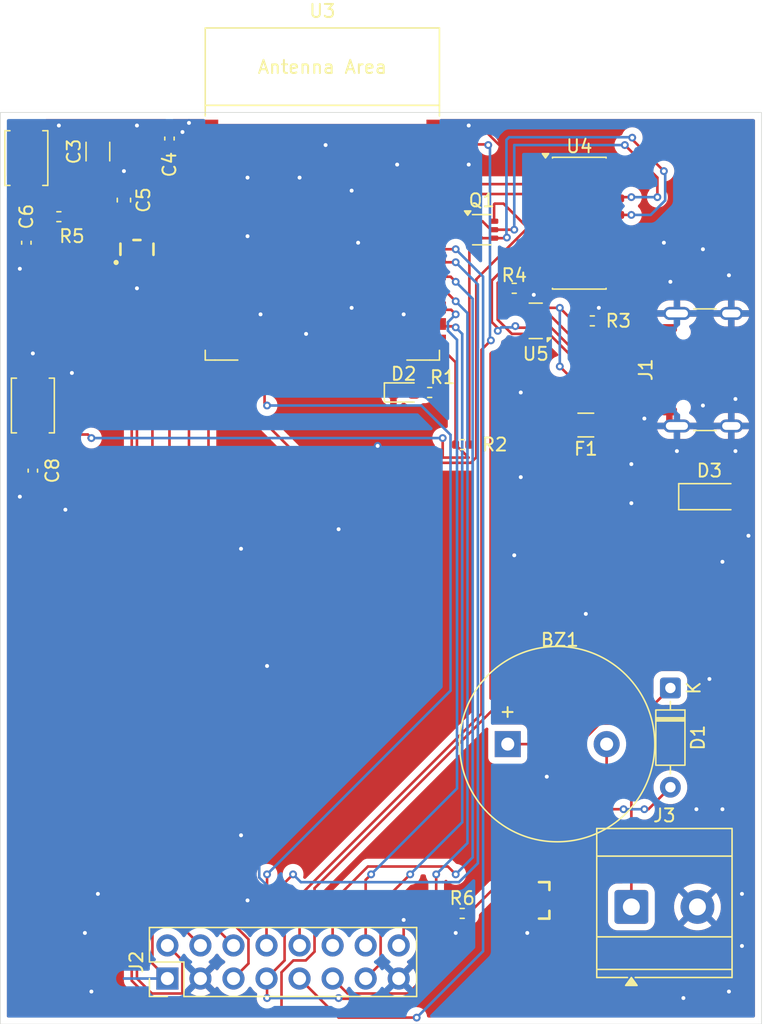
<source format=kicad_pcb>
(kicad_pcb (version 20241229) (generator "pcbnew") (generator_version "9.0")
  (layers (0 "F.Cu" signal) (2 "B.Cu" signal) (13 "F.Paste" user) (15 "B.Paste" user) (5 "F.SilkS" user "F.Silkscreen") (7 "B.SilkS" user "B.Silkscreen") (1 "F.Mask" user) (3 "B.Mask" user) (25 "Edge.Cuts" user))
  (net 0 "")
  (net 1 "GND")
  (net 2 "+3V3")
  (net 3 "EN")
  (net 4 "Net-(SW2A-A)")
  (net 5 "Net-(D2-A)")
  (net 6 "5VV")
  (net 7 "Net-(F1-Pad1)")
  (net 8 "D+")
  (net 9 "D-")
  (net 11 "Net-(J1-CC2)")
  (net 13 "Net-(J1-CC1)")
  (net 14 "B1")
  (net 15 "R1")
  (net 16 "A")
  (net 17 "CLK")
  (net 18 "R2")
  (net 19 "BUZZER")
  (net 20 "D")
  (net 21 "LAT")
  (net 22 "G1")
  (net 23 "C")
  (net 24 "OE")
  (net 25 "G2")
  (net 26 "B")
  (net 27 "B2")
  (net 28 "RTS")
  (net 29 "DTR")
  (net 30 "BOOT")
  (net 31 "Net-(U3-IO2)")
  (net 34 "TX")
  (net 41 "RX")
  (net 55 "Net-(BZ1--)")
  (net 56 "Net-(Q2-B)")
  (net 58 "SCA")
  (net 59 "SCL")
  (footprint "Package_DFN_QFN:Diodes_UDFN-10_1.0x2.5mm_P0.5mm" (layer "F.Cu") (at 59.7875 39.148106 180)
    (property "Reference" "U5")
    (property "Value" "D3V3XA4B10LP" (hide yes))
  )
  (footprint "Resistor_SMD:R_0402_1005Metric" (layer "F.Cu") (at 51.6375 44.648106)
    (property "Reference" "R1")
    (property "Value" "330R" (hide yes))
  )
  (footprint "Resistor_SMD:R_0402_1005Metric" (layer "F.Cu") (at 54.1375 48.648106 180)
    (property "Reference" "R2")
    (property "Value" "100R" (hide yes))
  )
  (footprint "Capacitor_SMD:C_0603_1608Metric" (layer "F.Cu") (at 28.1375 29.873106 90)
    (property "Reference" "C5")
    (property "Value" "10uF" (hide yes))
  )
  (footprint "Buzzer_Beeper:Buzzer_14x9.5RM7.6" (layer "F.Cu") (at 57.6375 71.648106)
    (property "Reference" "BZ1")
    (property "Value" "Buzzer")
  )
  (footprint "Capacitor_SMD:C_0402_1005Metric" (layer "F.Cu") (at 21.1375 50.648106 90)
    (property "Reference" "C8")
    (property "Value" "100nF (50V)" (hide yes))
  )
  (footprint "Diode_THT:D_DO-35_SOD27_P7.62mm_Horizontal" (layer "F.Cu") (at 70.1375 67.338106 -90)
    (property "Reference" "D1")
    (property "Value" "1N4148")
  )
  (footprint "Connector_PinHeader_2.54mm:PinHeader_2x08_P2.54mm_Vertical" (layer "F.Cu") (at 31.4775 89.648106 90)
    (property "Reference" "J2")
    (property "Value" "Conn_02x08_Odd_Even" (hide yes))
  )
  (footprint "Capacitor_SMD:C_1206_3216Metric" (layer "F.Cu") (at 26.1375 26.148106 90)
    (property "Reference" "C3")
    (property "Value" "C_Small 22uF(10V)" (hide yes))
  )
  (footprint "Package_SO:SOIC-16_3.9x9.9mm_P1.27mm" (layer "F.Cu") (at 63.1375 31.648106)
    (property "Reference" "U4")
    (property "Value" "CH340C" (hide yes))
  )
  (footprint "Capacitor_SMD:C_0402_1005Metric" (layer "F.Cu") (at 31.6375 25.148106 90)
    (property "Reference" "C4")
    (property "Value" "100nF (50V)" (hide yes))
  )
  (footprint "Package_TO_SOT_SMD:SOT-363_SC-70-6" (layer "F.Cu") (at 55.6375 32.148106)
    (property "Reference" "Q1")
    (property "Value" "UMH3N" (hide yes))
  )
  (footprint "LED_SMD:LED_0603_1608Metric" (layer "F.Cu") (at 49.6375 44.648106)
    (property "Reference" "D2")
    (property "Value" "Red Wifi Status")
  )
  (footprint "Button_Switch_SMD:SW_SPST_TS-1088-xR025" (layer "F.Cu") (at 20.6375 26.648106 90)
    (property "Reference" "SW1" (hide yes))
    (property "Value" "RESET")
  )
  (footprint "Button_Switch_SMD:SW_SPST_TS-1088-xR025" (layer "F.Cu") (at 21.1375 45.648106 90)
    (property "Reference" "SW2" (hide yes))
    (property "Value" "BOOT")
  )
  (footprint "Resistor_SMD:R_0402_1005Metric" (layer "F.Cu") (at 58.1375 36.648106)
    (property "Reference" "R4")
    (property "Value" "5.1k" (hide yes))
  )
  (footprint "TerminalBlock_Phoenix:TerminalBlock_Phoenix_MKDS-3-2-5.08_1x02_P5.08mm_Horizontal" (layer "F.Cu") (at 67.1375 84.148106)
    (property "Reference" "J3")
    (property "Value" "Barrier Terminal" (hide yes))
  )
  (footprint "Resistor_SMD:R_0402_1005Metric" (layer "F.Cu") (at 64.1375 39.148106)
    (property "Reference" "R3")
    (property "Value" "5.1k" (hide yes))
  )
  (footprint "Resistor_SMD:R_0402_1005Metric" (layer "F.Cu") (at 23.1375 31.148106 180)
    (property "Reference" "R5")
    (property "Value" "R 10k" (hide yes))
  )
  (footprint "PCM_SparkFun-Semiconductor-Standard:SOT23-5" (layer "F.Cu") (at 29.1375 33.648106 90)
    (property "Reference" "U6" (hide yes))
    (property "Value" "AP2112K-3.3")
  )
  (footprint "Diode_SMD:D_SOD-123" (layer "F.Cu") (at 73.1375 52.648106)
    (property "Reference" "D3")
    (property "Value" "D_TVS")
  )
  (footprint "PCM_SparkFun-Semiconductor-Standard:SOT23-3" (layer "F.Cu") (at 60.1375 83.648106)
    (property "Reference" "Q2")
    (property "Value" "MMBT2222A")
  )
  (footprint "Fuse:Fuse_1206_3216Metric" (layer "F.Cu") (at 63.6375 47.148106 180)
    (property "Reference" "F1")
    (property "Value" "Polyfuse")
  )
  (footprint "PCM_Espressif:ESP32-WROOM-32E" (layer "F.Cu") (at 43.3875 31.158106)
    (property "Reference" "U3")
    (property "Value" "ESP32-WROOM-32E (8MB)")
  )
  (footprint "Capacitor_SMD:C_0402_1005Metric" (layer "F.Cu") (at 20.6375 33.148106 90)
    (property "Reference" "C6")
    (property "Value" "100nF (50V)" (hide yes))
  )
  (footprint "Resistor_SMD:R_0402_1005Metric" (layer "F.Cu") (at 54.1375 84.648106)
    (property "Reference" "R6")
    (property "Value" "1K")
  )
  (footprint "Connector_USB:USB_C_Receptacle_GCT_USB4105-xx-A_16P_TopMnt_Horizontal" (layer "F.Cu") (at 73.7425 42.898106 90)
    (property "Reference" "J1")
    (property "Value" "USB_C_Receptacle_USB2.0_16P" (hide yes))
  )
  (gr_rect (start 18.6375 23.148106) (end 77.1375 93.148106) (stroke (width 0.05)) (fill no) (layer "Edge.Cuts"))
  (segment (start 59.375 39.148106) (end 60.1375 39.148106) (width 0.2) (layer "F.Cu") (net 1))
  (via (at 49.6375 38.648106) (size 0.6) (drill 0.3) (layers "F.Cu" "B.Cu") (net 1))
  (via (at 53.6375 86.148106) (size 0.6) (drill 0.3) (layers "F.Cu" "B.Cu") (net 1))
  (via (at 69.6375 33.148106) (size 0.6) (drill 0.3) (layers "F.Cu" "B.Cu") (net 1))
  (via (at 74.1375 76.648106) (size 0.6) (drill 0.3) (layers "F.Cu" "B.Cu") (net 1))
  (via (at 72.1375 76.648106) (size 0.6) (drill 0.3) (layers "F.Cu" "B.Cu") (net 1))
  (via (at 20.1375 35.148106) (size 0.6) (drill 0.3) (layers "F.Cu" "B.Cu") (net 1))
  (via (at 67.1375 53.148106) (size 0.6) (drill 0.3) (layers "F.Cu" "B.Cu") (net 1))
  (via (at 24.1375 43.148106) (size 0.6) (drill 0.3) (layers "F.Cu" "B.Cu") (net 1))
  (via (at 44.6375 55.148106) (size 0.6) (drill 0.3) (layers "F.Cu" "B.Cu") (net 1))
  (via (at 70.6375 49.148106) (size 0.6) (drill 0.3) (layers "F.Cu" "B.Cu") (net 1))
  (via (at 45.6375 29.148106) (size 0.6) (drill 0.3) (layers "F.Cu" "B.Cu") (net 1))
  (via (at 38.6375 38.648106) (size 0.6) (drill 0.3) (layers "F.Cu" "B.Cu") (net 1))
  (via (at 29.1375 24.148106) (size 0.6) (drill 0.3) (layers "F.Cu" "B.Cu") (net 1))
  (via (at 75.1375 49.148106) (size 0.6) (drill 0.3) (layers "F.Cu" "B.Cu") (net 1))
  (via (at 23.6375 53.648106) (size 0.6) (drill 0.3) (layers "F.Cu" "B.Cu") (net 1))
  (via (at 20.1375 52.648106) (size 0.6) (drill 0.3) (layers "F.Cu" "B.Cu") (net 1))
  (via (at 29.1375 36.648106) (size 0.6) (drill 0.3) (layers "F.Cu" "B.Cu") (net 1))
  (via (at 67.1375 50.148106) (size 0.6) (drill 0.3) (layers "F.Cu" "B.Cu") (net 1))
  (via (at 25.6375 90.648106) (size 0.6) (drill 0.3) (layers "F.Cu" "B.Cu") (net 1))
  (via (at 43.6375 25.648106) (size 0.6) (drill 0.3) (layers "F.Cu" "B.Cu") (net 1))
  (via (at 60.6375 74.148106) (size 0.6) (drill 0.3) (layers "F.Cu" "B.Cu") (net 1))
  (via (at 70.1375 36.148106) (size 0.6) (drill 0.3) (layers "F.Cu" "B.Cu") (net 1))
  (via (at 58.1375 57.148106) (size 0.6) (drill 0.3) (layers "F.Cu" "B.Cu") (net 1))
  (via (at 32.6375 24.648106) (size 0.6) (drill 0.3) (layers "F.Cu" "B.Cu") (net 1))
  (via (at 41.6375 28.148106) (size 0.6) (drill 0.3) (layers "F.Cu" "B.Cu") (net 1))
  (via (at 59.1375 86.148106) (size 0.6) (drill 0.3) (layers "F.Cu" "B.Cu") (net 1))
  (via (at 49.1375 27.148106) (size 0.6) (drill 0.3) (layers "F.Cu" "B.Cu") (net 1))
  (via (at 75.1375 45.148106) (size 0.6) (drill 0.3) (layers "F.Cu" "B.Cu") (net 1))
  (via (at 72.6375 33.648106) (size 0.6) (drill 0.3) (layers "F.Cu" "B.Cu") (net 1))
  (via (at 42.1375 40.148106) (size 0.6) (drill 0.3) (layers "F.Cu" "B.Cu") (net 1))
  (via (at 37.6375 83.648106) (size 0.6) (drill 0.3) (layers "F.Cu" "B.Cu") (net 1))
  (via (at 72.6375 45.648106) (size 0.6) (drill 0.3) (layers "F.Cu" "B.Cu") (net 1))
  (via (at 37.1375 56.648106) (size 0.6) (drill 0.3) (layers "F.Cu" "B.Cu") (net 1))
  (via (at 73.1375 66.648106) (size 0.6) (drill 0.3) (layers "F.Cu" "B.Cu") (net 1))
  (via (at 37.6375 32.648106) (size 0.6) (drill 0.3) (layers "F.Cu" "B.Cu") (net 1))
  (via (at 23.1375 24.148106) (size 0.6) (drill 0.3) (layers "F.Cu" "B.Cu") (net 1))
  (via (at 74.6375 35.648106) (size 0.6) (drill 0.3) (layers "F.Cu" "B.Cu") (net 1))
  (via (at 63.6375 61.648106) (size 0.6) (drill 0.3) (layers "F.Cu" "B.Cu") (net 1))
  (via (at 21.1375 41.648106) (size 0.6) (drill 0.3) (layers "F.Cu" "B.Cu") (net 1))
  (via (at 37.1375 78.648106) (size 0.6) (drill 0.3) (layers "F.Cu" "B.Cu") (net 1))
  (via (at 74.6375 90.648106) (size 0.6) (drill 0.3) (layers "F.Cu" "B.Cu") (net 1))
  (via (at 76.1375 55.648106) (size 0.6) (drill 0.3) (layers "F.Cu" "B.Cu") (net 1))
  (via (at 25.1375 86.148106) (size 0.6) (drill 0.3) (layers "F.Cu" "B.Cu") (net 1))
  (via (at 68.1375 46.648106) (size 0.6) (drill 0.3) (layers "F.Cu" "B.Cu") (net 1))
  (via (at 75.6375 87.148106) (size 0.6) (drill 0.3) (layers "F.Cu" "B.Cu") (net 1))
  (via (at 71.1375 91.148106) (size 0.6) (drill 0.3) (layers "F.Cu" "B.Cu") (net 1))
  (via (at 58.6375 51.148106) (size 0.6) (drill 0.3) (layers "F.Cu" "B.Cu") (net 1))
  (via (at 45.6375 38.148106) (size 0.6) (drill 0.3) (layers "F.Cu" "B.Cu") (net 1))
  (via (at 46.1375 33.148106) (size 0.6) (drill 0.3) (layers "F.Cu" "B.Cu") (net 1))
  (via (at 74.1375 57.648106) (size 0.6) (drill 0.3) (layers "F.Cu" "B.Cu") (net 1))
  (via (at 39.1375 65.648106) (size 0.6) (drill 0.3) (layers "F.Cu" "B.Cu") (net 1))
  (via (at 64.6375 38.148106) (size 0.6) (drill 0.3) (layers "F.Cu" "B.Cu") (net 1))
  (via (at 26.1375 83.148106) (size 0.6) (drill 0.3) (layers "F.Cu" "B.Cu") (net 1))
  (via (at 28.1375 27.648106) (size 0.6) (drill 0.3) (layers "F.Cu" "B.Cu") (net 1))
  (via (at 58.6375 44.648106) (size 0.6) (drill 0.3) (layers "F.Cu" "B.Cu") (net 1))
  (via (at 59.6375 37.148106) (size 0.6) (drill 0.3) (layers "F.Cu" "B.Cu") (net 1))
  (via (at 37.6375 28.148106) (size 0.6) (drill 0.3) (layers "F.Cu" "B.Cu") (net 1))
  (via (at 54.6375 27.148106) (size 0.6) (drill 0.3) (layers "F.Cu" "B.Cu") (net 1))
  (via (at 75.6375 83.148106) (size 0.6) (drill 0.3) (layers "F.Cu" "B.Cu") (net 1))
  (segment (start 28.1375 30.648106) (end 28.1375 32.298006) (width 0.2) (layer "F.Cu") (net 2))
  (segment (start 60.6625 31.013106) (end 60.6625 31.123106) (width 0.2) (layer "F.Cu") (net 2))
  (segment (start 25.6875 29.848006) (end 28.1875 32.348006) (width 0.2) (layer "F.Cu") (net 2))
  (segment (start 61.678468 27.872106) (end 59.211443 27.872106) (width 0.2) (layer "F.Cu") (net 2))
  (segment (start 33.1375 23.948106) (end 33.2385 24.049106) (width 0.2) (layer "F.Cu") (net 2))
  (segment (start 25.6875 30.108106) (end 25.6875 29.848006) (width 0.2) (layer "F.Cu") (net 2))
  (segment (start 60.6625 31.013106) (end 61.637499 31.013106) (width 0.2) (layer "F.Cu") (net 2))
  (segment (start 61.9385 28.132138) (end 61.678468 27.872106) (width 0.2) (layer "F.Cu") (net 2))
  (segment (start 31.6375 25.628106) (end 32.6175 25.628106) (width 0.2) (layer "F.Cu") (net 2))
  (segment (start 60.6625 31.123106) (end 60.6375 31.148106) (width 0.2) (layer "F.Cu") (net 2))
  (segment (start 27.6375 26.098106) (end 27.6375 26.148106) (width 0.2) (layer "F.Cu") (net 2))
  (segment (start 30.6575 25.628106) (end 31.6375 25.628106) (width 0.2) (layer "F.Cu") (net 2))
  (segment (start 59.211443 27.872106) (end 55.487443 24.148106) (width 0.2) (layer "F.Cu") (net 2))
  (segment (start 33.2385 24.049106) (end 33.2385 24.969106) (width 0.2) (layer "F.Cu") (net 2))
  (segment (start 25.6875 28.048106) (end 27.6375 26.098106) (width 0.2) (layer "F.Cu") (net 2))
  (segment (start 62.5575 24.148106) (end 54.6375 24.148106) (width 0.2) (layer "F.Cu") (net 2))
  (segment (start 65.6125 27.203106) (end 65.5825 27.203106) (width 0.2) (layer "F.Cu") (net 2))
  (segment (start 61.637499 31.013106) (end 61.9385 30.712105) (width 0.2) (layer "F.Cu") (net 2))
  (segment (start 61.9385 30.712105) (end 61.9385 28.132138) (width 0.2) (layer "F.Cu") (net 2))
  (segment (start 27.6375 26.148106) (end 30.1375 26.148106) (width 0.2) (layer "F.Cu") (net 2))
  (segment (start 55.487443 24.148106) (end 54.6375 24.148106) (width 0.2) (layer "F.Cu") (net 2))
  (segment (start 33.2385 24.969106) (end 33.6875 25.418106) (width 0.2) (layer "F.Cu") (net 2))
  (segment (start 32.6175 25.628106) (end 32.6475 25.598106) (width 0.2) (layer "F.Cu") (net 2))
  (segment (start 25.6875 29.848006) (end 25.6875 28.048106) (width 0.2) (layer "F.Cu") (net 2))
  (segment (start 32.6475 25.598106) (end 34.6375 25.598106) (width 0.2) (layer "F.Cu") (net 2))
  (segment (start 65.0825 27.203106) (end 65.6125 27.203106) (width 0.2) (layer "F.Cu") (net 2))
  (segment (start 33.6875 25.418106) (end 34.6375 25.418106) (width 0.2) (layer "F.Cu") (net 2))
  (segment (start 28.1375 32.298006) (end 28.1875 32.348006) (width 0.2) (layer "F.Cu") (net 2))
  (segment (start 61.1375 31.148106) (end 65.0825 27.203106) (width 0.2) (layer "F.Cu") (net 2))
  (segment (start 65.6125 27.203106) (end 62.5575 24.148106) (width 0.2) (layer "F.Cu") (net 2))
  (segment (start 23.6475 31.148106) (end 24.6475 31.148106) (width 0.2) (layer "F.Cu") (net 2))
  (segment (start 24.6475 31.148106) (end 25.6875 30.108106) (width 0.2) (layer "F.Cu") (net 2))
  (segment (start 30.1375 26.148106) (end 30.6575 25.628106) (width 0.2) (layer "F.Cu") (net 2))
  (segment (start 60.6375 31.148106) (end 61.1375 31.148106) (width 0.2) (layer "F.Cu") (net 2))
  (via (at 54.6375 24.148106) (size 0.6) (drill 0.3) (layers "F.Cu" "B.Cu") (net 2))
  (via (at 33.1375 23.948106) (size 0.6) (drill 0.3) (layers "F.Cu" "B.Cu") (net 2))
  (segment (start 33.3375 24.148106) (end 33.1375 23.948106) (width 0.2) (layer "B.Cu") (net 2))
  (segment (start 54.6375 24.148106) (end 33.3375 24.148106) (width 0.2) (layer "B.Cu") (net 2))
  (segment (start 22.6275 32.638106) (end 22.5975 32.668106) (width 0.2) (layer "F.Cu") (net 3))
  (segment (start 56.5875 31.498106) (end 56.5875 30.198106) (width 0.2) (layer "F.Cu") (net 3))
  (segment (start 25.1275 33.648106) (end 22.6275 31.148106) (width 0.2) (layer "F.Cu") (net 3))
  (segment (start 30.6375 33.648106) (end 25.1275 33.648106) (width 0.2) (layer "F.Cu") (net 3))
  (segment (start 33.5865 27.207106) (end 34.1185 27.207106) (width 0.2) (layer "F.Cu") (net 3))
  (segment (start 22.6275 30.863106) (end 20.6375 28.873106) (width 0.2) (layer "F.Cu") (net 3))
  (segment (start 42.0465 50.049106) (end 35.6885 43.691106) (width 0.2) (layer "F.Cu") (net 3))
  (segment (start 22.5975 32.668106) (end 20.6375 32.668106) (width 0.2) (layer "F.Cu") (net 3))
  (segment (start 33.5865 30.699106) (end 30.6375 33.648106) (width 0.2) (layer "F.Cu") (net 3))
  (segment (start 55.2185 49.624206) (end 54.7936 50.049106) (width 0.2) (layer "F.Cu") (net 3))
  (segment (start 57.311044 30.148106) (end 59.1664 32.003462) (width 0.2) (layer "F.Cu") (net 3))
  (segment (start 35.6885 26.969106) (end 35.5875 26.868106) (width 0.2) (layer "F.Cu") (net 3))
  (segment (start 35.5875 26.868106) (end 34.6375 26.868106) (width 0.2) (layer "F.Cu") (net 3))
  (segment (start 34.1185 27.207106) (end 34.6375 26.688106) (width 0.2) (layer "F.Cu") (net 3))
  (segment (start 33.5865 27.207106) (end 33.5865 30.699106) (width 0.2) (layer "F.Cu") (net 3))
  (segment (start 35.6885 43.691106) (end 35.6885 26.969106) (width 0.2) (layer "F.Cu") (net 3))
  (segment (start 56.5875 30.198106) (end 56.6375 30.148106) (width 0.2) (layer "F.Cu") (net 3))
  (segment (start 56.6375 30.148106) (end 57.311044 30.148106) (width 0.2) (layer "F.Cu") (net 3))
  (segment (start 55.2185 35.951362) (end 55.2185 49.624206) (width 0.2) (layer "F.Cu") (net 3))
  (segment (start 22.6275 31.148106) (end 22.6275 30.863106) (width 0.2) (layer "F.Cu") (net 3))
  (segment (start 22.6275 31.148106) (end 22.6275 32.638106) (width 0.2) (layer "F.Cu") (net 3))
  (segment (start 59.1664 32.003462) (end 55.2185 35.951362) (width 0.2) (layer "F.Cu") (net 3))
  (segment (start 54.7936 50.049106) (end 42.0465 50.049106) (width 0.2) (layer "F.Cu") (net 3))
  (segment (start 52.6375 48.148106) (end 52.6375 49.648106) (width 0.2) (layer "F.Cu") (net 4))
  (segment (start 52.6375 49.648106) (end 54.6275 49.648106) (width 0.2) (layer "F.Cu") (net 4))
  (segment (start 25.3625 47.873106) (end 23.1375 47.873106) (width 0.2) (layer "F.Cu") (net 4))
  (segment (start 25.4115 48.147106) (end 25.6365 48.147106) (width 0.2) (layer "F.Cu") (net 4))
  (segment (start 23.1375 47.873106) (end 21.1375 47.873106) (width 0.2) (layer "F.Cu") (net 4))
  (segment (start 21.1375 47.873106) (end 21.1375 50.168106) (width 0.2) (layer "F.Cu") (net 4))
  (segment (start 54.6275 49.648106) (end 53.91105 48.931656) (width 0.2) (layer "F.Cu") (net 4))
  (segment (start 25.6375 48.148106) (end 25.3625 47.873106) (width 0.2) (layer "F.Cu") (net 4))
  (segment (start 25.6365 48.147106) (end 25.6375 48.148106) (width 0.2) (layer "F.Cu") (net 4))
  (via (at 52.6375 48.148106) (size 0.6) (drill 0.3) (layers "F.Cu" "B.Cu") (net 4))
  (via (at 25.6375 48.148106) (size 0.6) (drill 0.3) (layers "F.Cu" "B.Cu") (net 4))
  (segment (start 25.6375 48.148106) (end 52.6375 48.148106) (width 0.2) (layer "B.Cu") (net 4))
  (segment (start 50.1225 44.648106) (end 51.1275 44.648106) (width 0.2) (layer "F.Cu") (net 5))
  (segment (start 67.1375 56.498106) (end 66.9625 56.323106) (width 0.2) (layer "F.Cu") (net 6))
  (segment (start 70.1375 67.338106) (end 67.3275 70.148106) (width 0.2) (layer "F.Cu") (net 6))
  (segment (start 61.5 47.148106) (end 61.5 53.955606) (width 0.2) (layer "F.Cu") (net 6))
  (segment (start 64.7125 70.073106) (end 63.1375 71.648106) (width 0.2) (layer "F.Cu") (net 6))
  (segment (start 28.1875 36.975206) (end 28.1875 34.948206) (width 0.2) (layer "F.Cu") (net 6))
  (segment (start 67.1375 84.148106) (end 67.1375 70.148106) (width 0.2) (layer "F.Cu") (net 6))
  (segment (start 28.7365 37.524206) (end 28.1875 36.975206) (width 0.2) (layer "F.Cu") (net 6))
  (segment (start 70.9875 52.648106) (end 71.4875 52.648106) (width 0.2) (layer "F.Cu") (net 6))
  (segment (start 61.7375 47.648106) (end 62.2375 47.148106) (width 0.2) (layer "F.Cu") (net 6))
  (segment (start 67.3125 56.323106) (end 66.9625 56.323106) (width 0.2) (layer "F.Cu") (net 6))
  (segment (start 41.16074 88.259106) (end 40.2485 89.171346) (width 0.2) (layer "F.Cu") (net 6))
  (segment (start 64.7125 70.073106) (end 67.0625 70.073106) (width 0.2) (layer "F.Cu") (net 6))
  (segment (start 67.0625 70.073106) (end 67.1375 70.148106) (width 0.2) (layer "F.Cu") (net 6))
  (segment (start 66.9625 56.323106) (end 61.5 50.860606) (width 0.2) (layer "F.Cu") (net 6))
  (segment (start 42.7885 82.7115) (end 42.7885 87.584866) (width 0.2) (layer "F.Cu") (net 6))
  (segment (start 61.5 47.648106) (end 61.7375 47.648106) (width 0.2) (layer "F.Cu") (net 6))
  (segment (start 42.11426 88.259106) (end 41.16074 88.259106) (width 0.2) (layer "F.Cu") (net 6))
  (segment (start 63.1375 71.648106) (end 57.6375 71.648106) (width 0.2) (layer "F.Cu") (net 6))
  (segment (start 40.2485 92.037106) (end 39.7385 92.547106) (width 0.2) (layer "F.Cu") (net 6))
  (segment (start 70.9875 52.648106) (end 67.3125 56.323106) (width 0.2) (layer "F.Cu") (net 6))
  (segment (start 40.2485 89.171346) (end 40.2485 92.037106) (width 0.2) (layer "F.Cu") (net 6))
  (segment (start 61.5 47.148106) (end 61.5 64) (width 0.2) (layer "F.Cu") (net 6))
  (segment (start 61.5 50.860606) (end 61.5 47.648106) (width 0.2) (layer "F.Cu") (net 6))
  (segment (start 42.7885 87.584866) (end 42.11426 88.259106) (width 0.2) (layer "F.Cu") (net 6))
  (segment (start 28.7365 89.814206) (end 28.7365 37.524206) (width 0.2) (layer "F.Cu") (net 6))
  (segment (start 31.4694 92.547106) (end 28.7365 89.814206) (width 0.2) (layer "F.Cu") (net 6))
  (segment (start 61.5 47.148106) (end 62.2375 47.148106) (width 0.2) (layer "F.Cu") (net 6))
  (segment (start 39.7385 92.547106) (end 31.4694 92.547106) (width 0.2) (layer "F.Cu") (net 6))
  (segment (start 67.3275 70.148106) (end 67.1375 70.148106) (width 0.2) (layer "F.Cu") (net 6))
  (segment (start 61.5 64) (end 42.7885 82.7115) (width 0.2) (layer "F.Cu") (net 6))
  (segment (start 61.5 47.648106) (end 61.5 47.148106) (width 0.2) (layer "F.Cu") (net 6))
  (segment (start 67.1375 70.148106) (end 67.1375 56.498106) (width 0.2) (layer "F.Cu") (net 6))
  (segment (start 70.1375 67.338106) (end 70.1375 67.148106) (width 0.2) (layer "B.Cu") (net 6))
  (segment (start 70.671492 45.298106) (end 70.0625 45.298106) (width 0.2) (layer "F.Cu") (net 7))
  (segment (start 67.625 45.298106) (end 70.0625 45.298106) (width 0.2) (layer "F.Cu") (net 7))
  (segment (start 71.3395 41.316282) (end 71.3395 44.630098) (width 0.2) (layer "F.Cu") (net 7))
  (segment (start 65.0375 47.148106) (end 65.775 47.148106) (width 0.2) (layer "F.Cu") (net 7))
  (segment (start 70.521324 40.498106) (end 71.3395 41.316282) (width 0.2) (layer "F.Cu") (net 7))
  (segment (start 65.775 47.148106) (end 67.625 45.298106) (width 0.2) (layer "F.Cu") (net 7))
  (segment (start 71.3395 44.630098) (end 70.671492 45.298106) (width 0.2) (layer "F.Cu") (net 7))
  (segment (start 70.0625 40.498106) (end 70.521324 40.498106) (width 0.2) (layer "F.Cu") (net 7))
  (segment (start 70.9385 42.415282) (end 70.671324 42.148106) (width 0.2) (layer "F.Cu") (net 8))
  (segment (start 60.981698 39.674106) (end 63.480698 42.173106) (width 0.2) (layer "F.Cu") (net 8))
  (segment (start 60.252501 32.693105) (end 59.774303 32.693105) (width 0.2) (layer "F.Cu") (net 8))
  (segment (start 69.199999 42.148106) (end 70.0625 42.148106) (width 0.2) (layer "F.Cu") (net 8))
  (segment (start 56.4125 36.054908) (end 56.4125 39.241304) (width 0.2) (layer "F.Cu") (net 8))
  (segment (start 56.978401 39.807205) (end 56.872334 39.913272) (width 0.2) (layer "F.Cu") (net 8))
  (segment (start 69.174999 42.173106) (end 69.199999 42.148106) (width 0.2) (layer "F.Cu") (net 8))
  (segment (start 70.9385 42.88093) (end 70.9385 42.415282) (width 0.2) (layer "F.Cu") (net 8))
  (segment (start 60.6625 32.283106) (end 60.252501 32.693105) (width 0.2) (layer "F.Cu") (net 8))
  (segment (start 70.0625 43.148106) (end 70.671324 43.148106) (width 0.2) (layer "F.Cu") (net 8))
  (segment (start 56.978401 35.489007) (end 56.4125 36.054908) (width 0.2) (layer "F.Cu") (net 8))
  (segment (start 58.220864 39.548106) (end 58.346864 39.674106) (width 0.2) (layer "F.Cu") (net 8))
  (segment (start 56.4125 39.241304) (end 56.978401 39.807205) (width 0.2) (layer "F.Cu") (net 8))
  (segment (start 70.671324 43.148106) (end 70.9385 42.88093) (width 0.2) (layer "F.Cu") (net 8))
  (segment (start 60.6625 32.283106) (end 60.2725 32.283106) (width 0.2) (layer "F.Cu") (net 8))
  (segment (start 63.480698 42.173106) (end 69.174999 42.173106) (width 0.2) (layer "F.Cu") (net 8))
  (segment (start 58.346864 39.674106) (end 60.981698 39.674106) (width 0.2) (layer "F.Cu") (net 8))
  (segment (start 60.2725 32.283106) (end 60.1375 32.148106) (width 0.2) (layer "F.Cu") (net 8))
  (segment (start 60.7885 39.674106) (end 60.175 39.674106) (width 0.2) (layer "F.Cu") (net 8))
  (segment (start 70.671324 42.148106) (end 70.0625 42.148106) (width 0.2) (layer "F.Cu") (net 8))
  (segment (start 59.774303 32.693105) (end 56.4125 36.054908) (width 0.2) (layer "F.Cu") (net 8))
  (via (at 56.872334 39.913272) (size 0.6) (drill 0.3) (layers "F.Cu" "B.Cu") (net 8))
  (via (at 58.220864 39.548106) (size 0.6) (drill 0.3) (layers "F.Cu" "B.Cu") (net 8))
  (segment (start 57.1375 39.648106) (end 58.1375 39.648106) (width 0.2) (layer "B.Cu") (net 8))
  (segment (start 58.1375 39.63147) (end 58.220864 39.548106) (width 0.2) (layer "B.Cu") (net 8))
  (segment (start 58.1375 39.648106) (end 58.1375 39.63147) (width 0.2) (layer "B.Cu") (net 8))
  (segment (start 56.872334 39.913272) (end 57.1375 39.648106) (width 0.2) (layer "B.Cu") (net 8))
  (segment (start 57.296599 35.807205) (end 56.8625 36.241304) (width 0.2) (layer "F.Cu") (net 9))
  (segment (start 69.453676 42.648106) (end 70.0625 42.648106) (width 0.2) (layer "F.Cu") (net 9))
  (segment (start 69.453676 43.648106) (end 69.1865 43.38093) (width 0.2) (layer "F.Cu") (net 9))
  (segment (start 69.1865 42.915282) (end 69.453676 42.648106) (width 0.2) (layer "F.Cu") (net 9))
  (segment (start 69.174999 42.623106) (end 63.294302 42.623106) (width 0.2) (layer "F.Cu") (net 9))
  (segment (start 69.199999 42.648106) (end 69.174999 42.623106) (width 0.2) (layer "F.Cu") (net 9))
  (segment (start 60.252501 33.143107) (end 59.960697 33.143107) (width 0.2) (layer "F.Cu") (net 9))
  (segment (start 70.0625 42.648106) (end 69.199999 42.648106) (width 0.2) (layer "F.Cu") (net 9))
  (segment (start 57.955698 40.148106) (end 59.4 40.148106) (width 0.2) (layer "F.Cu") (net 9))
  (segment (start 60.819302 40.148106) (end 60.175 40.148106) (width 0.2) (layer "F.Cu") (net 9))
  (segment (start 56.8625 36.241304) (end 56.8625 39.054908) (width 0.2) (layer "F.Cu") (net 9))
  (segment (start 56.8625 39.054908) (end 57.955698 40.148106) (width 0.2) (layer "F.Cu") (net 9))
  (segment (start 69.1865 43.38093) (end 69.1865 42.915282) (width 0.2) (layer "F.Cu") (net 9))
  (segment (start 59.960697 33.143107) (end 56.8625 36.241304) (width 0.2) (layer "F.Cu") (net 9))
  (segment (start 63.294302 42.623106) (end 60.819302 40.148106) (width 0.2) (layer "F.Cu") (net 9))
  (segment (start 59.4 40.148106) (end 60.175 40.148106) (width 0.2) (layer "F.Cu") (net 9))
  (segment (start 60.6625 33.553106) (end 60.252501 33.143107) (width 0.2) (layer "F.Cu") (net 9))
  (segment (start 70.0625 43.648106) (end 69.453676 43.648106) (width 0.2) (layer "F.Cu") (net 9))
  (segment (start 58.8345 38.622106) (end 60.7885 38.622106) (width 0.2) (layer "F.Cu") (net 11))
  (segment (start 57.6275 36.648106) (end 57.6275 37.415106) (width 0.2) (layer "F.Cu") (net 11))
  (segment (start 60.7885 38.622106) (end 63.3145 41.148106) (width 0.2) (layer "F.Cu") (net 11))
  (segment (start 57.6275 37.415106) (end 58.8345 38.622106) (width 0.2) (layer "F.Cu") (net 11))
  (segment (start 63.3145 41.148106) (end 70.0625 41.148106) (width 0.2) (layer "F.Cu") (net 11))
  (segment (start 63.6275 39.148106) (end 62.6375 39.148106) (width 0.2) (layer "F.Cu") (net 13))
  (segment (start 63.1375 44.148106) (end 61.6375 42.648106) (width 0.2) (layer "F.Cu") (net 13))
  (segment (start 61.6375 38.148106) (end 59.4 38.148106) (width 0.2) (layer "F.Cu") (net 13))
  (segment (start 62.6375 39.148106) (end 61.6375 38.148106) (width 0.2) (layer "F.Cu") (net 13))
  (segment (start 70.0625 44.148106) (end 63.1375 44.148106) (width 0.2) (layer "F.Cu") (net 13))
  (via (at 61.6375 42.648106) (size 0.6) (drill 0.3) (layers "F.Cu" "B.Cu") (net 13))
  (via (at 61.6375 38.148106) (size 0.6) (drill 0.3) (layers "F.Cu" "B.Cu") (net 13))
  (segment (start 61.6375 42.648106) (end 61.6375 38.148106) (width 0.2) (layer "B.Cu") (net 13))
  (segment (start 31.6375 40.766106) (end 31.6375 84.728106) (width 0.2) (layer "F.Cu") (net 14))
  (segment (start 34.6375 38.298106) (end 34.1055 38.298106) (width 0.2) (layer "F.Cu") (net 14))
  (segment (start 34.1055 38.298106) (end 31.6375 40.766106) (width 0.2) (layer "F.Cu") (net 14))
  (segment (start 31.6375 84.728106) (end 34.0175 87.108106) (width 0.2) (layer "F.Cu") (net 14))
  (segment (start 32.6285 90.799106) (end 30.2885 90.799106) (width 0.2) (layer "F.Cu") (net 15))
  (segment (start 31.4775 87.108106) (end 32.6285 88.259106) (width 0.2) (layer "F.Cu") (net 15))
  (segment (start 33.0275 35.758106) (end 34.6375 35.758106) (width 0.2) (layer "F.Cu") (net 15))
  (segment (start 29.1375 39.648106) (end 33.0275 35.758106) (width 0.2) (layer "F.Cu") (net 15))
  (segment (start 30.2885 90.799106) (end 29.1375 89.648106) (width 0.2) (layer "F.Cu") (net 15))
  (segment (start 29.1375 89.648106) (end 29.1375 39.648106) (width 0.2) (layer "F.Cu") (net 15))
  (segment (start 32.6285 88.259106) (end 32.6285 90.799106) (width 0.2) (layer "F.Cu") (net 15))
  (segment (start 55.6195 69.3134) (end 55.6195 41.370106) (width 0.2) (layer "F.Cu") (net 16))
  (segment (start 56.1375 25.648106) (end 56.0875 25.598106) (width 0.2) (layer "F.Cu") (net 16))
  (segment (start 55.6195 41.370106) (end 56.3415 40.648106) (width 0.2) (layer "F.Cu") (net 16))
  (segment (start 41.6375 83.2954) (end 55.6195 69.3134) (width 0.2) (layer "F.Cu") (net 16))
  (segment (start 41.6375 87.108106) (end 41.6375 83.2954) (width 0.2) (layer "F.Cu") (net 16))
  (segment (start 56.0875 25.598106) (end 52.1375 25.598106) (width 0.2) (layer "F.Cu") (net 16))
  (via (at 56.3415 40.648106) (size 0.6) (drill 0.3) (layers "F.Cu" "B.Cu") (net 16))
  (via (at 56.1375 25.648106) (size 0.6) (drill 0.3) (layers "F.Cu" "B.Cu") (net 16))
  (segment (start 41.6375 87.108106) (end 41.6375 87.148106) (width 0.2) (layer "B.Cu") (net 16))
  (segment (start 56.271334 25.78194) (end 56.1375 25.648106) (width 0.2) (layer "B.Cu") (net 16))
  (segment (start 56.3415 40.648106) (end 56.271334 40.57794) (width 0.2) (layer "B.Cu") (net 16))
  (segment (start 56.271334 40.57794) (end 56.271334 25.78194) (width 0.2) (layer "B.Cu") (net 16))
  (segment (start 46.7175 82.068106) (end 46.7175 87.108106) (width 0.2) (layer "F.Cu") (net 17))
  (segment (start 53.2875 38.298106) (end 53.6375 38.648106) (width 0.2) (layer "F.Cu") (net 17))
  (segment (start 52.1375 38.298106) (end 53.2875 38.298106) (width 0.2) (layer "F.Cu") (net 17))
  (segment (start 47.1375 81.648106) (end 46.7175 82.068106) (width 0.2) (layer "F.Cu") (net 17))
  (via (at 53.6375 38.648106) (size 0.6) (drill 0.3) (layers "F.Cu" "B.Cu") (net 17))
  (via (at 47.1375 81.648106) (size 0.6) (drill 0.3) (layers "F.Cu" "B.Cu") (net 17))
  (segment (start 53.7365 40.597049) (end 53.7365 75.049106) (width 0.2) (layer "B.Cu") (net 17))
  (segment (start 53.0365 39.897049) (end 53.7365 40.597049) (width 0.2) (layer "B.Cu") (net 17))
  (segment (start 53.6375 38.648106) (end 53.0365 39.249106) (width 0.2) (layer "B.Cu") (net 17))
  (segment (start 53.7365 75.049106) (end 47.1375 81.648106) (width 0.2) (layer "B.Cu") (net 17))
  (segment (start 53.0365 39.249106) (end 53.0365 39.897049) (width 0.2) (layer "B.Cu") (net 17))
  (segment (start 33.1375 40.118106) (end 33.1375 83.688106) (width 0.2) (layer "F.Cu") (net 18))
  (segment (start 33.6875 39.568106) (end 33.1375 40.118106) (width 0.2) (layer "F.Cu") (net 18))
  (segment (start 34.6375 39.568106) (end 33.6875 39.568106) (width 0.2) (layer "F.Cu") (net 18))
  (segment (start 33.1375 83.688106) (end 36.5575 87.108106) (width 0.2) (layer "F.Cu") (net 18))
  (segment (start 50.1526 91.200106) (end 44.6895 91.200106) (width 0.2) (layer "F.Cu") (net 19))
  (segment (start 52.5385 88.814206) (end 50.1526 91.200106) (width 0.2) (layer "F.Cu") (net 19))
  (segment (start 52.5385 85.737106) (end 52.5385 88.814206) (width 0.2) (layer "F.Cu") (net 19))
  (segment (start 39.1375 91.148106) (end 39.1375 90.175206) (width 0.2) (layer "F.Cu") (net 19))
  (segment (start 53.6275 84.648106) (end 53.6375 84.648106) (width 0.2) (layer "F.Cu") (net 19))
  (segment (start 44.6895 91.200106) (end 44.6375 91.148106) (width 0.2) (layer "F.Cu") (net 19))
  (segment (start 53.6275 84.648106) (end 52.5385 85.737106) (width 0.2) (layer "F.Cu") (net 19))
  (segment (start 39.1375 90.175206) (end 39.38105 89.931656) (width 0.2) (layer "F.Cu") (net 19))
  (via (at 39.1375 91.148106) (size 0.6) (drill 0.3) (layers "F.Cu" "B.Cu") (net 19))
  (via (at 44.6375 91.148106) (size 0.6) (drill 0.3) (layers "F.Cu" "B.Cu") (net 19))
  (segment (start 44.6375 91.148106) (end 39.1375 91.148106) (width 0.2) (layer "B.Cu") (net 19))
  (segment (start 53.0175 37.028106) (end 53.6375 37.648106) (width 0.2) (layer "F.Cu") (net 20))
  (segment (start 52.1375 81.648106) (end 52.1375 88.648106) (width 0.2) (layer "F.Cu") (net 20))
  (segment (start 49.9865 90.799106) (end 45.3285 90.799106) (width 0.2) (layer "F.Cu") (net 20))
  (segment (start 52.1375 88.648106) (end 49.9865 90.799106) (width 0.2) (layer "F.Cu") (net 20))
  (segment (start 52.1375 37.028106) (end 53.0175 37.028106) (width 0.2) (layer "F.Cu") (net 20))
  (segment (start 45.3285 90.799106) (end 44.1775 89.648106) (width 0.2) (layer "F.Cu") (net 20))
  (via (at 53.6375 37.648106) (size 0.6) (drill 0.3) (layers "F.Cu" "B.Cu") (net 20))
  (via (at 52.1375 81.648106) (size 0.6) (drill 0.3) (layers "F.Cu" "B.Cu") (net 20))
  (segment (start 53.6375 37.648106) (end 54.5385 38.549106) (width 0.2) (layer "B.Cu") (net 20))
  (segment (start 54.5385 79.247106) (end 52.1375 81.648106) (width 0.2) (layer "B.Cu") (net 20))
  (segment (start 54.5385 38.549106) (end 54.5385 79.247106) (width 0.2) (layer "B.Cu") (net 20))
  (segment (start 50.1375 81.648106) (end 47.8685 83.917106) (width 0.2) (layer "F.Cu") (net 21))
  (segment (start 47.8685 88.497106) (end 46.7175 89.648106) (width 0.2) (layer "F.Cu") (net 21))
  (segment (start 53.6375 39.648106) (end 53.5575 39.568106) (width 0.2) (layer "F.Cu") (net 21))
  (segment (start 52.1375 39.568106) (end 53.5575 39.568106) (width 0.2) (layer "F.Cu") (net 21))
  (segment (start 47.8685 83.917106) (end 47.8685 88.497106) (width 0.2) (layer "F.Cu") (net 21))
  (via (at 50.1375 81.648106) (size 0.6) (drill 0.3) (layers "F.Cu" "B.Cu") (net 21))
  (via (at 53.6375 39.648106) (size 0.6) (drill 0.3) (layers "F.Cu" "B.Cu") (net 21))
  (segment (start 53.6375 39.648106) (end 54.1375 40.148106) (width 0.2) (layer "B.Cu") (net 21))
  (segment (start 54.1375 40.148106) (end 54.1375 77.648106) (width 0.2) (layer "B.Cu") (net 21))
  (segment (start 54.1375 77.648106) (end 50.1375 81.648106) (width 0.2) (layer "B.Cu") (net 21))
  (segment (start 33.6875 37.028106) (end 34.6375 37.028106) (width 0.2) (layer "F.Cu") (net 22))
  (segment (start 30.3265 88.497106) (end 30.3265 40.389106) (width 0.2) (layer "F.Cu") (net 22))
  (segment (start 30.3265 40.389106) (end 33.6875 37.028106) (width 0.2) (layer "F.Cu") (net 22))
  (segment (start 31.4775 89.648106) (end 30.3265 88.497106) (width 0.2) (layer "F.Cu") (net 22))
  (segment (start 31.4775 89.648106) (end 28.1375 89.648106) (width 0.2) (layer "B.Cu") (net 22))
  (segment (start 44.1775 83.758163) (end 44.1775 87.108106) (width 0.2) (layer "F.Cu") (net 23))
  (segment (start 53.2475 35.758106) (end 53.6375 36.148106) (width 0.2) (layer "F.Cu") (net 23))
  (segment (start 53.0365 81.047106) (end 46.888557 81.047106) (width 0.2) (layer "F.Cu") (net 23))
  (segment (start 52.1375 35.758106) (end 53.2475 35.758106) (width 0.2) (layer "F.Cu") (net 23))
  (segment (start 46.888557 81.047106) (end 44.1775 83.758163) (width 0.2) (layer "F.Cu") (net 23))
  (segment (start 53.6375 81.648106) (end 53.0365 81.047106) (width 0.2) (layer "F.Cu") (net 23))
  (via (at 53.6375 36.148106) (size 0.6) (drill 0.3) (layers "F.Cu" "B.Cu") (net 23))
  (via (at 53.6375 81.648106) (size 0.6) (drill 0.3) (layers "F.Cu" "B.Cu") (net 23))
  (segment (start 54.9395 80.346106) (end 53.6375 81.648106) (width 0.2) (layer "B.Cu") (net 23))
  (segment (start 54.9395 37.450106) (end 54.9395 80.346106) (width 0.2) (layer "B.Cu") (net 23))
  (segment (start 53.6375 36.148106) (end 54.9395 37.450106) (width 0.2) (layer "B.Cu") (net 23))
  (segment (start 49.6375 85.148106) (end 49.6375 86.728106) (width 0.2) (layer "F.Cu") (net 24))
  (segment (start 47.8275 48.558106) (end 47.6375 48.748106) (width 0.2) (layer "F.Cu") (net 24))
  (segment (start 49.6375 86.728106) (end 49.2575 87.108106) (width 0.2) (layer "F.Cu") (net 24))
  (segment (start 47.8275 41.908106) (end 47.8275 48.558106) (width 0.2) (layer "F.Cu") (net 24))
  (via (at 47.6375 48.748106) (size 0.6) (drill 0.3) (layers "F.Cu" "B.Cu") (net 24))
  (via (at 49.6375 85.148106) (size 0.6) (drill 0.3) (layers "F.Cu" "B.Cu") (net 24))
  (segment (start 38.5365 81.897049) (end 41.787557 85.148106) (width 0.2) (layer "B.Cu") (net 24))
  (segment (start 41.787557 85.148106) (end 49.6375 85.148106) (width 0.2) (layer "B.Cu") (net 24))
  (segment (start 47.6375 48.748106) (end 38.5365 57.849106) (width 0.2) (layer "B.Cu") (net 24))
  (segment (start 38.5365 57.849106) (end 38.5365 81.897049) (width 0.2) (layer "B.Cu") (net 24))
  (segment (start 37.7085 88.497106) (end 36.5575 89.648106) (width 0.2) (layer "F.Cu") (net 25))
  (segment (start 37.7085 86.631346) (end 37.7085 88.497106) (width 0.2) (layer "F.Cu") (net 25))
  (segment (start 34.6375 40.838106) (end 34.6375 83.560346) (width 0.2) (layer "F.Cu") (net 25))
  (segment (start 34.6375 83.560346) (end 37.7085 86.631346) (width 0.2) (layer "F.Cu") (net 25))
  (segment (start 52.1375 33.218106) (end 52.5675 33.648106) (width 0.2) (layer "F.Cu") (net 26))
  (segment (start 52.5675 33.648106) (end 53.6375 33.648106) (width 0.2) (layer "F.Cu") (net 26))
  (segment (start 52.1375 34.648106) (end 53.6375 34.648106) (width 0.2) (layer "F.Cu") (net 26))
  (segment (start 40.4865 82.299106) (end 40.4865 88.259106) (width 0.2) (layer "F.Cu") (net 26))
  (segment (start 40.4865 88.259106) (end 39.0975 89.648106) (width 0.2) (layer "F.Cu") (net 26))
  (segment (start 41.1375 81.648106) (end 40.4865 82.299106) (width 0.2) (layer "F.Cu") (net 26))
  (segment (start 50.6375 92.648106) (end 44.6375 92.648106) (width 0.2) (layer "F.Cu") (net 26))
  (segment (start 44.6375 92.648106) (end 41.6375 89.648106) (width 0.2) (layer "F.Cu") (net 26))
  (segment (start 52.1375 34.488106) (end 52.1375 34.648106) (width 0.2) (layer "F.Cu") (net 26))
  (via (at 41.1375 81.648106) (size 0.6) (drill 0.3) (layers "F.Cu" "B.Cu") (net 26))
  (via (at 50.6375 92.648106) (size 0.6) (drill 0.3) (layers "F.Cu" "B.Cu") (net 26))
  (via (at 53.6375 33.648106) (size 0.6) (drill 0.3) (layers "F.Cu" "B.Cu") (net 26))
  (via (at 53.6375 34.648106) (size 0.6) (drill 0.3) (layers "F.Cu" "B.Cu") (net 26))
  (segment (start 55.7415 87.544106) (end 50.6375 92.648106) (width 0.2) (layer "B.Cu") (net 26))
  (segment (start 55.3405 80.795049) (end 53.886443 82.249106) (width 0.2) (layer "B.Cu") (net 26))
  (segment (start 52.6375 82.249106) (end 41.7385 82.249106) (width 0.2) (layer "B.Cu") (net 26))
  (segment (start 53.6375 34.648106) (end 55.3405 36.351106) (width 0.2) (layer "B.Cu") (net 26))
  (segment (start 55.3405 36.351106) (end 55.3405 80.795049) (width 0.2) (layer "B.Cu") (net 26))
  (segment (start 41.7385 82.249106) (end 41.1375 81.648106) (width 0.2) (layer "B.Cu") (net 26))
  (segment (start 53.6375 33.648106) (end 55.7415 35.752106) (width 0.2) (layer "B.Cu") (net 26))
  (segment (start 53.886443 82.249106) (end 52.6375 82.249106) (width 0.2) (layer "B.Cu") (net 26))
  (segment (start 55.7415 35.752106) (end 55.7415 87.544106) (width 0.2) (layer "B.Cu") (net 26))
  (segment (start 39.1375 82.648106) (end 39.0975 82.688106) (width 0.2) (layer "F.Cu") (net 27))
  (segment (start 39.0975 82.688106) (end 39.0975 87.108106) (width 0.2) (layer "F.Cu") (net 27))
  (segment (start 39.1375 81.648106) (end 39.1375 82.648106) (width 0.2) (layer "F.Cu") (net 27))
  (segment (start 38.9475 45.458106) (end 39.1375 45.648106) (width 0.2) (layer "F.Cu") (net 27))
  (segment (start 38.9475 42.088106) (end 38.9475 45.458106) (width 0.2) (layer "F.Cu") (net 27))
  (via (at 39.1375 45.648106) (size 0.6) (drill 0.3) (layers "F.Cu" "B.Cu") (net 27))
  (via (at 39.1375 81.648106) (size 0.6) (drill 0.3) (layers "F.Cu" "B.Cu") (net 27))
  (segment (start 39.1375 45.648106) (end 50.987443 45.648106) (width 0.2) (layer "B.Cu") (net 27))
  (segment (start 53.2385 67.547106) (end 39.1375 81.648106) (width 0.2) (layer "B.Cu") (net 27))
  (segment (start 50.987443 45.648106) (end 53.2385 47.899163) (width 0.2) (layer "B.Cu") (net 27))
  (segment (start 53.2385 47.899163) (end 53.2385 67.547106) (width 0.2) (layer "B.Cu") (net 27))
  (segment (start 55.6895 31.498106) (end 56.3395 32.148106) (width 0.2) (layer "F.Cu") (net 28))
  (segment (start 67.1375 29.648106) (end 65.7075 29.648106) (width 0.2) (layer "F.Cu") (net 28))
  (segment (start 54.6875 31.498106) (end 55.6895 31.498106) (width 0.2) (layer "F.Cu") (net 28))
  (segment (start 56.3395 32.148106) (end 56.5875 32.148106) (width 0.2) (layer "F.Cu") (net 28))
  (segment (start 65.7075 29.648106) (end 65.6125 29.743106) (width 0.2) (layer "F.Cu") (net 28))
  (segment (start 69.1375 28.148106) (end 69.1375 29.648106) (width 0.2) (layer "F.Cu") (net 28))
  (segment (start 56.5875 32.148106) (end 58.1375 32.148106) (width 0.2) (layer "F.Cu") (net 28))
  (segment (start 66.6375 25.648106) (end 69.1375 28.148106) (width 0.2) (layer "F.Cu") (net 28))
  (via (at 67.1375 29.648106) (size 0.6) (drill 0.3) (layers "F.Cu" "B.Cu") (net 28))
  (via (at 58.1375 32.148106) (size 0.6) (drill 0.3) (layers "F.Cu" "B.Cu") (net 28))
  (via (at 66.6375 25.648106) (size 0.6) (drill 0.3) (layers "F.Cu" "B.Cu") (net 28))
  (via (at 69.1375 29.648106) (size 0.6) (drill 0.3) (layers "F.Cu" "B.Cu") (net 28))
  (segment (start 58.1375 32.148106) (end 58.1375 25.648106) (width 0.2) (layer "B.Cu") (net 28))
  (segment (start 69.1375 29.648106) (end 67.1375 29.648106) (width 0.2) (layer "B.Cu") (net 28))
  (segment (start 58.1375 25.648106) (end 66.6375 25.648106) (width 0.2) (layer "B.Cu") (net 28))
  (segment (start 55.04263 32.148106) (end 55.69263 32.798106) (width 0.2) (layer "F.Cu") (net 29))
  (segment (start 67.203187 25.213793) (end 69.6375 27.648106) (width 0.2) (layer "F.Cu") (net 29))
  (segment (start 56.5875 32.798106) (end 57.521813 32.798106) (width 0.2) (layer "F.Cu") (net 29))
  (segment (start 65.6125 31.013106) (end 67.1375 31.013106) (width 0.2) (layer "F.Cu") (net 29))
  (segment (start 57.521813 32.798106) (end 57.571813 32.748106) (width 0.2) (layer "F.Cu") (net 29))
  (segment (start 67.1375 31.148106) (end 67.1375 31.013106) (width 0.2) (layer "F.Cu") (net 29))
  (segment (start 55.69263 32.798106) (end 56.5875 32.798106) (width 0.2) (layer "F.Cu") (net 29))
  (segment (start 67.203187 25.082419) (end 67.203187 25.213793) (width 0.2) (layer "F.Cu") (net 29))
  (segment (start 54.6875 32.148106) (end 55.04263 32.148106) (width 0.2) (layer "F.Cu") (net 29))
  (via (at 57.571813 32.748106) (size 0.6) (drill 0.3) (layers "F.Cu" "B.Cu") (net 29))
  (via (at 67.1375 31.013106) (size 0.6) (drill 0.3) (layers "F.Cu" "B.Cu") (net 29))
  (via (at 67.203187 25.082419) (size 0.6) (drill 0.3) (layers "F.Cu" "B.Cu") (net 29))
  (via (at 69.6375 27.648106) (size 0.6) (drill 0.3) (layers "F.Cu" "B.Cu") (net 29))
  (segment (start 69.7385 27.749106) (end 69.6375 27.648106) (width 0.2) (layer "B.Cu") (net 29))
  (segment (start 57.571813 32.748106) (end 57.5365 32.712793) (width 0.2) (layer "B.Cu") (net 29))
  (segment (start 57.5365 32.712793) (end 57.5365 25.249106) (width 0.2) (layer "B.Cu") (net 29))
  (segment (start 57.6375 25.148106) (end 57.7385 25.047106) (width 0.2) (layer "B.Cu") (net 29))
  (segment (start 67.1375 31.013106) (end 68.622443 31.013106) (width 0.2) (layer "B.Cu") (net 29))
  (segment (start 68.622443 31.013106) (end 69.7385 29.897049) (width 0.2) (layer "B.Cu") (net 29))
  (segment (start 67.167874 25.047106) (end 67.203187 25.082419) (width 0.2) (layer "B.Cu") (net 29))
  (segment (start 57.7385 25.047106) (end 67.167874 25.047106) (width 0.2) (layer "B.Cu") (net 29))
  (segment (start 57.5365 25.249106) (end 57.6375 25.148106) (width 0.2) (layer "B.Cu") (net 29))
  (segment (start 69.7385 29.897049) (end 69.7385 27.749106) (width 0.2) (layer "B.Cu") (net 29))
  (segment (start 54.6875 32.798106) (end 54.6875 48.608106) (width 0.2) (layer "F.Cu") (net 30))
  (segment (start 54.6875 48.608106) (end 54.6475 48.648106) (width 0.2) (layer "F.Cu") (net 30))
  (segment (start 52.1375 40.838106) (end 53.6275 42.328106) (width 0.2) (layer "F.Cu") (net 30))
  (segment (start 53.6275 42.328106) (end 53.6275 48.648106) (width 0.2) (layer "F.Cu") (net 30))
  (segment (start 49.1075 42.088106) (end 49.8425 42.088106) (width 0.2) (layer "F.Cu") (net 31))
  (segment (start 52.1475 44.393106) (end 52.1475 44.648106) (width 0.2) (layer "F.Cu") (net 31))
  (segment (start 49.8425 42.088106) (end 52.1475 44.393106) (width 0.2) (layer "F.Cu") (net 31))
  (segment (start 59.3325 28.473106) (end 60.6625 28.473106) (width 0.2) (layer "F.Cu") (net 34))
  (segment (start 59.1575 28.648106) (end 59.3325 28.473106) (width 0.2) (layer "F.Cu") (net 34))
  (segment (start 52.1375 28.138106) (end 52.6475 28.648106) (width 0.2) (layer "F.Cu") (net 34))
  (segment (start 52.6475 28.648106) (end 59.1575 28.648106) (width 0.2) (layer "F.Cu") (net 34))
  (segment (start 58.9975 29.408106) (end 59.3325 29.743106) (width 0.2) (layer "F.Cu") (net 41))
  (segment (start 52.1375 29.408106) (end 58.9975 29.408106) (width 0.2) (layer "F.Cu") (net 41))
  (segment (start 59.3325 29.743106) (end 60.6625 29.743106) (width 0.2) (layer "F.Cu") (net 41))
  (segment (start 61.2375 79.698106) (end 64.7125 76.223106) (width 0.2) (layer "F.Cu") (net 55))
  (segment (start 65.2375 74.698106) (end 65.2375 71.648106) (width 0.2) (layer "F.Cu") (net 55))
  (segment (start 68.1375 76.648106) (end 68.4475 76.648106) (width 0.2) (layer "F.Cu") (net 55))
  (segment (start 65.1375 76.648106) (end 64.7125 76.223106) (width 0.2) (layer "F.Cu") (net 55))
  (segment (start 64.7125 75.223106) (end 65.2375 74.698106) (width 0.2) (layer "F.Cu") (net 55))
  (segment (start 68.4475 76.648106) (end 70.1375 74.958106) (width 0.2) (layer "F.Cu") (net 55))
  (segment (start 61.2375 83.648106) (end 61.2375 79.698106) (width 0.2) (layer "F.Cu") (net 55))
  (segment (start 66.5375 76.648106) (end 65.1375 76.648106) (width 0.2) (layer "F.Cu") (net 55))
  (segment (start 64.7125 76.223106) (end 64.7125 75.223106) (width 0.2) (layer "F.Cu") (net 55))
  (via (at 66.5375 76.648106) (size 0.6) (drill 0.3) (layers "F.Cu" "B.Cu") (net 55))
  (via (at 68.1375 76.648106) (size 0.6) (drill 0.3) (layers "F.Cu" "B.Cu") (net 55))
  (segment (start 68.1375 76.648106) (end 66.5375 76.648106) (width 0.2) (layer "B.Cu") (net 55))
  (segment (start 59.1375 82.698106) (end 56.5975 82.698106) (width 0.2) (layer "F.Cu") (net 56))
  (segment (start 56.5975 82.698106) (end 54.6475 84.648106) (width 0.2) (layer "F.Cu") (net 56))
  (zone (net 1) (net_name "GND") (layers "F.Cu" "B.Cu") (connect_pads (clearance 0.5)) (min_thickness 0.25) (fill yes (thermal_gap 0.5) (thermal_bridge_width 0.5))
    (polygon (pts (xy 18.6375 23.148106) (xy 77.1375 23.148106) (xy 77.1375 93.148106) (xy 18.6375 93.148106)))
  )
)
</source>
